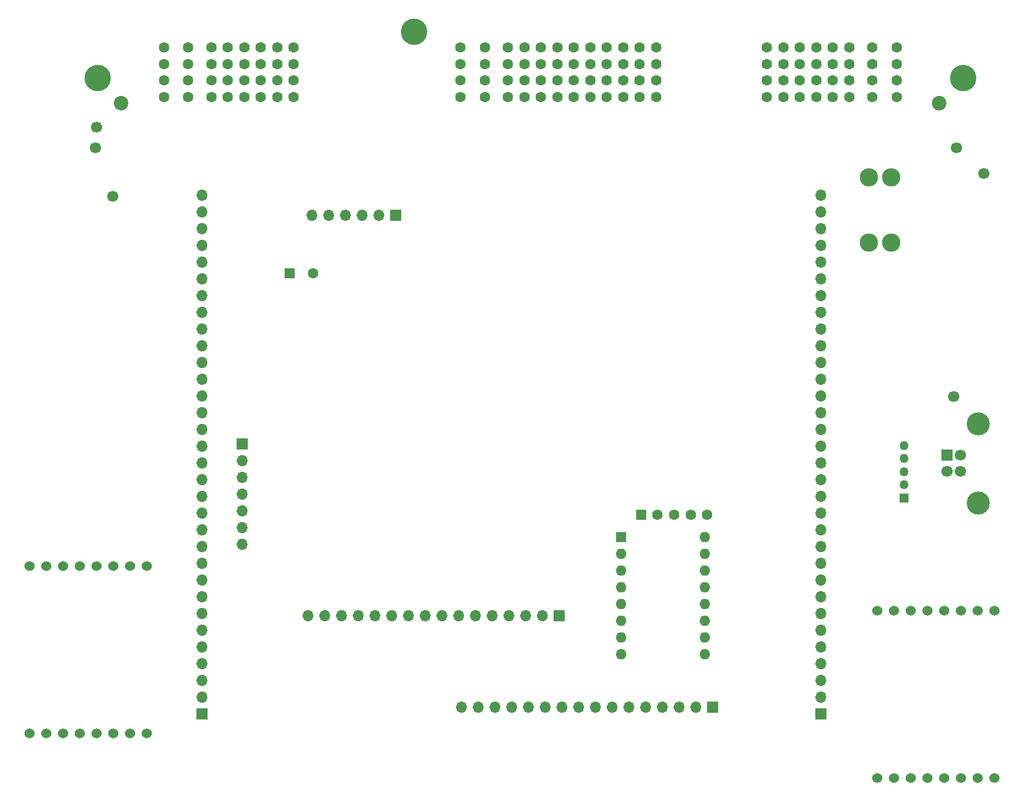
<source format=gbr>
%TF.GenerationSoftware,KiCad,Pcbnew,9.0.3*%
%TF.CreationDate,2025-10-28T00:12:23+00:00*%
%TF.ProjectId,Polygonus-Universal-Base,506f6c79-676f-46e7-9573-2d556e697665,rev?*%
%TF.SameCoordinates,Original*%
%TF.FileFunction,Soldermask,Bot*%
%TF.FilePolarity,Negative*%
%FSLAX46Y46*%
G04 Gerber Fmt 4.6, Leading zero omitted, Abs format (unit mm)*
G04 Created by KiCad (PCBNEW 9.0.3) date 2025-10-28 00:12:23*
%MOMM*%
%LPD*%
G01*
G04 APERTURE LIST*
%ADD10R,1.700000X1.700000*%
%ADD11O,1.700000X1.700000*%
%ADD12R,1.600000X1.600000*%
%ADD13C,1.600000*%
%ADD14C,1.700000*%
%ADD15C,1.524000*%
%ADD16O,1.600000X1.600000*%
%ADD17C,2.780000*%
%ADD18C,4.000000*%
%ADD19C,2.200000*%
%ADD20C,3.500000*%
%ADD21R,1.350000X1.350000*%
%ADD22O,1.350000X1.350000*%
G04 APERTURE END LIST*
D10*
%TO.C,J5*%
X93888235Y-91017793D03*
D11*
X93888235Y-93557793D03*
X93888235Y-96097793D03*
X93888235Y-98637793D03*
X93888235Y-101177793D03*
X93888235Y-103717793D03*
X93888235Y-106257793D03*
%TD*%
D12*
%TO.C,C2*%
X101112052Y-65110107D03*
D13*
X104612052Y-65110107D03*
%TD*%
D14*
%TO.C,P1*%
X71628000Y-46075600D03*
%TD*%
D15*
%TO.C,U1*%
X190269349Y-141724815D03*
X192809349Y-141724815D03*
X195349349Y-141724815D03*
X197889349Y-141724815D03*
X200429349Y-141724815D03*
X202969349Y-141724815D03*
X205509349Y-141724815D03*
X208049349Y-141724815D03*
X190269349Y-116324815D03*
X192809349Y-116324815D03*
X195349349Y-116324815D03*
X197889349Y-116324815D03*
X200429349Y-116324815D03*
X202969349Y-116324815D03*
X205509349Y-116324815D03*
X208049349Y-116324815D03*
%TD*%
D12*
%TO.C,A1*%
X151360000Y-105209750D03*
D16*
X151360000Y-107749750D03*
X151360000Y-110289750D03*
X151360000Y-112829750D03*
X151360000Y-115369750D03*
X151360000Y-117909750D03*
X151360000Y-120449750D03*
X151360000Y-122989750D03*
X164060000Y-122989750D03*
X164060000Y-120449750D03*
X164060000Y-117909750D03*
X164060000Y-115369750D03*
X164060000Y-112829750D03*
X164060000Y-110289750D03*
X164060000Y-107749750D03*
X164060000Y-105209750D03*
%TD*%
D14*
%TO.C,P3*%
X74269600Y-53441600D03*
%TD*%
D17*
%TO.C,F1*%
X192364464Y-50542664D03*
X188964464Y-50542664D03*
X192364464Y-60462664D03*
X188964464Y-60462664D03*
%TD*%
D14*
%TO.C,P6*%
X206400400Y-49936400D03*
%TD*%
%TO.C,P5*%
X202234800Y-46075600D03*
%TD*%
D18*
%TO.C,J1*%
X71950000Y-35490000D03*
D19*
X75550000Y-39340000D03*
D18*
X120000000Y-28490000D03*
D19*
X199650000Y-39340000D03*
D18*
X203250000Y-35490000D03*
D13*
X101700000Y-38340000D03*
X101700000Y-35840000D03*
X101700000Y-33340000D03*
X101700000Y-30840000D03*
X99200000Y-38340000D03*
X99200000Y-35840000D03*
X99200000Y-33340000D03*
X99200000Y-30840000D03*
X96700000Y-38340000D03*
X96700000Y-35840000D03*
X96700000Y-33340000D03*
X96700000Y-30840000D03*
X94200000Y-38340000D03*
X94200000Y-35840000D03*
X94200000Y-33340000D03*
X94200000Y-30840000D03*
X91700000Y-38340000D03*
X91700000Y-35840000D03*
X91700000Y-33340000D03*
X91700000Y-30840000D03*
X89200000Y-38340000D03*
X89200000Y-35840000D03*
X89200000Y-33340000D03*
X89200000Y-30840000D03*
X85700000Y-38340000D03*
X85700000Y-35840000D03*
X85700000Y-33340000D03*
X85700000Y-30840000D03*
X82000000Y-38340000D03*
X82000000Y-35840000D03*
X82000000Y-33340000D03*
X82000000Y-30840000D03*
X156700000Y-38340000D03*
X156700000Y-35840000D03*
X156700000Y-33340000D03*
X156700000Y-30840000D03*
X154200000Y-38340000D03*
X154200000Y-35840000D03*
X154200000Y-33340000D03*
X154200000Y-30840000D03*
X151700000Y-38340000D03*
X151700000Y-35840000D03*
X151700000Y-33340000D03*
X151700000Y-30840000D03*
X149200000Y-38340000D03*
X149200000Y-35840000D03*
X149200000Y-33340000D03*
X149200000Y-30840000D03*
X146700000Y-38340000D03*
X146700000Y-35840000D03*
X146700000Y-33340000D03*
X146700000Y-30840000D03*
X144200000Y-38340000D03*
X144200000Y-35840000D03*
X144200000Y-33340000D03*
X144200000Y-30840000D03*
X141700000Y-38340000D03*
X141700000Y-35840000D03*
X141700000Y-33340000D03*
X141700000Y-30840000D03*
X139200000Y-38340000D03*
X139200000Y-35840000D03*
X139200000Y-33340000D03*
X139200000Y-30840000D03*
X136700000Y-38340000D03*
X136700000Y-35840000D03*
X136700000Y-33340000D03*
X136700000Y-30840000D03*
X134200000Y-38340000D03*
X134200000Y-35840000D03*
X134200000Y-33340000D03*
X134200000Y-30840000D03*
X130700000Y-38340000D03*
X130700000Y-35840000D03*
X130700000Y-33340000D03*
X130700000Y-30840000D03*
X127000000Y-38340000D03*
X127000000Y-35840000D03*
X127000000Y-33340000D03*
X127000000Y-30840000D03*
X173500000Y-38340000D03*
X173500000Y-35840000D03*
X173500000Y-33340000D03*
X173500000Y-30840000D03*
X176000000Y-38340000D03*
X176000000Y-35840000D03*
X176000000Y-33340000D03*
X176000000Y-30840000D03*
X178500000Y-38340000D03*
X178500000Y-35840000D03*
X178500000Y-33340000D03*
X178500000Y-30840000D03*
X181000000Y-38340000D03*
X181000000Y-35840000D03*
X181000000Y-33340000D03*
X181000000Y-30840000D03*
X183500000Y-38340000D03*
X183500000Y-35840000D03*
X183500000Y-33340000D03*
X183500000Y-30840000D03*
X186000000Y-38340000D03*
X186000000Y-35840000D03*
X186000000Y-33340000D03*
X186000000Y-30840000D03*
X189500000Y-38340000D03*
X189500000Y-35840000D03*
X189500000Y-33340000D03*
X189500000Y-30840000D03*
X193200000Y-38340000D03*
X193200000Y-35840000D03*
X193200000Y-33340000D03*
X193200000Y-30840000D03*
%TD*%
D10*
%TO.C,J4*%
X200849999Y-92720000D03*
D14*
X200849999Y-95220000D03*
X202849999Y-95220000D03*
X202849999Y-92720000D03*
D20*
X205559999Y-87950000D03*
X205559999Y-99990000D03*
%TD*%
D21*
%TO.C,J3*%
X194310000Y-99250000D03*
D22*
X194310000Y-97250000D03*
X194310000Y-95250000D03*
X194310000Y-93250000D03*
X194310000Y-91250000D03*
%TD*%
D14*
%TO.C,P4*%
X201879200Y-83870800D03*
%TD*%
D15*
%TO.C,U2*%
X61611115Y-135011435D03*
X64151115Y-135011435D03*
X66691115Y-135011435D03*
X69231115Y-135011435D03*
X71771115Y-135011435D03*
X74311115Y-135011435D03*
X76851115Y-135011435D03*
X79391115Y-135011435D03*
X61611115Y-109611435D03*
X64151115Y-109611435D03*
X66691115Y-109611435D03*
X69231115Y-109611435D03*
X71771115Y-109611435D03*
X74311115Y-109611435D03*
X76851115Y-109611435D03*
X79391115Y-109611435D03*
%TD*%
D10*
%TO.C,J2*%
X181672763Y-132012059D03*
D11*
X181672763Y-129472059D03*
X181672763Y-126932059D03*
X181672763Y-124392059D03*
X181672763Y-121852059D03*
X181672763Y-119312059D03*
X181672763Y-116772059D03*
X181672763Y-114232059D03*
X181672763Y-111692059D03*
X181672763Y-109152059D03*
X181672763Y-106612059D03*
X181672763Y-104072059D03*
X181672763Y-101532059D03*
X181672763Y-98992059D03*
X181672763Y-96452059D03*
X181672763Y-93912059D03*
X181672763Y-91372059D03*
X181672763Y-88832059D03*
X181672763Y-86292059D03*
X181672763Y-83752059D03*
X181672763Y-81212059D03*
X181672763Y-78672059D03*
X181672763Y-76132059D03*
X181672763Y-73592059D03*
X181672763Y-71052059D03*
X181672763Y-68512059D03*
X181672763Y-65972059D03*
X181672763Y-63432059D03*
X181672763Y-60892059D03*
X181672763Y-58352059D03*
X181672763Y-55812059D03*
X181672763Y-53272059D03*
D10*
X87760080Y-132017154D03*
D11*
X87760080Y-129477154D03*
X87760080Y-126937154D03*
X87760080Y-124397154D03*
X87760080Y-121857154D03*
X87760080Y-119317154D03*
X87760080Y-116777154D03*
X87760080Y-114237154D03*
X87760080Y-111697154D03*
X87760080Y-109157154D03*
X87760080Y-106617154D03*
X87760080Y-104077154D03*
X87760080Y-101537154D03*
X87760080Y-98997154D03*
X87760080Y-96457154D03*
X87760080Y-93917154D03*
X87760080Y-91377154D03*
X87760080Y-88837154D03*
X87760080Y-86297154D03*
X87760080Y-83757154D03*
X87760080Y-81217154D03*
X87760080Y-78677154D03*
X87760080Y-76137154D03*
X87760080Y-73597154D03*
X87760080Y-71057154D03*
X87760080Y-68517154D03*
X87760080Y-65977154D03*
X87760080Y-63437154D03*
X87760080Y-60897154D03*
X87760080Y-58357154D03*
X87760080Y-55817154D03*
X87760080Y-53277154D03*
D10*
X165230080Y-131026287D03*
D11*
X162690080Y-131026287D03*
X160150080Y-131026287D03*
X157610080Y-131026287D03*
X155070080Y-131026287D03*
X152530080Y-131026287D03*
X149990080Y-131026287D03*
X147450080Y-131026287D03*
X144910080Y-131026287D03*
X142370080Y-131026287D03*
X139830080Y-131026287D03*
X137290080Y-131026287D03*
X134750080Y-131026287D03*
X132210080Y-131026287D03*
X129670080Y-131026287D03*
X127130080Y-131026287D03*
D10*
X141953794Y-117134404D03*
D11*
X139413794Y-117134404D03*
X136873794Y-117134404D03*
X134333794Y-117134404D03*
X131793794Y-117134404D03*
X129253794Y-117134404D03*
X126713794Y-117134404D03*
X124173794Y-117134404D03*
X121633794Y-117134404D03*
X119093794Y-117134404D03*
X116553794Y-117134404D03*
X114013794Y-117134404D03*
X111473794Y-117134404D03*
X108933794Y-117134404D03*
X106393794Y-117134404D03*
X103853794Y-117134404D03*
D13*
X164425871Y-101751522D03*
X161925871Y-101751522D03*
X159425871Y-101751522D03*
X156925871Y-101751522D03*
D12*
X154425871Y-101751522D03*
D10*
X117154579Y-56302538D03*
D11*
X114614579Y-56302538D03*
X112074579Y-56302538D03*
X109534579Y-56302538D03*
X106994579Y-56302538D03*
X104454579Y-56302538D03*
%TD*%
D14*
%TO.C,P2*%
X71780400Y-42926000D03*
%TD*%
M02*

</source>
